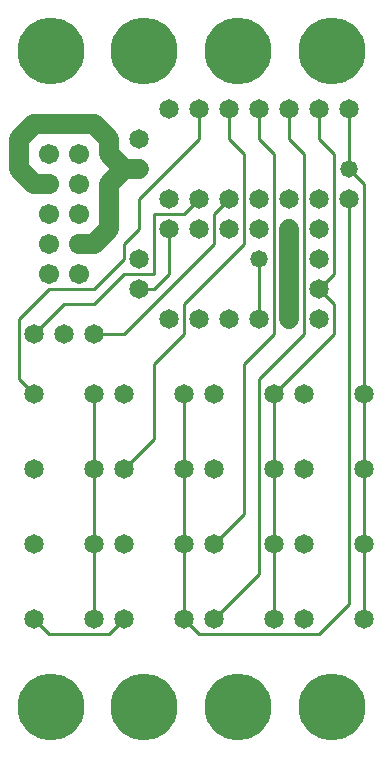
<source format=gtl>
%MOIN*%
%FSLAX25Y25*%
G04 D10 used for Character Trace; *
G04     Circle (OD=.01000) (No hole)*
G04 D11 used for Power Trace; *
G04     Circle (OD=.06500) (No hole)*
G04 D12 used for Signal Trace; *
G04     Circle (OD=.01100) (No hole)*
G04 D13 used for Via; *
G04     Circle (OD=.05800) (Round. Hole ID=.02800)*
G04 D14 used for Component hole; *
G04     Circle (OD=.06500) (Round. Hole ID=.03500)*
G04 D15 used for Component hole; *
G04     Circle (OD=.06700) (Round. Hole ID=.04300)*
G04 D16 used for Component hole; *
G04     Circle (OD=.08100) (Round. Hole ID=.05100)*
G04 D17 used for Component hole; *
G04     Circle (OD=.08900) (Round. Hole ID=.05900)*
G04 D18 used for Component hole; *
G04     Circle (OD=.11300) (Round. Hole ID=.08300)*
G04 D19 used for Component hole; *
G04     Circle (OD=.16000) (Round. Hole ID=.13000)*
G04 D20 used for Component hole; *
G04     Circle (OD=.18300) (Round. Hole ID=.15300)*
G04 D21 used for Component hole; *
G04     Circle (OD=.22291) (Round. Hole ID=.19291)*
%ADD10C,.01000*%
%ADD11C,.06500*%
%ADD12C,.01100*%
%ADD13C,.05800*%
%ADD14C,.06500*%
%ADD15C,.06700*%
%ADD16C,.08100*%
%ADD17C,.08900*%
%ADD18C,.11300*%
%ADD19C,.16000*%
%ADD20C,.18300*%
%ADD21C,.22291*%
%IPPOS*%
%LPD*%
G90*X0Y0D02*D21*X15625Y15625D03*D12*              
X15000Y40000D02*X35000D01*X15000D02*              
X10000Y45000D01*D14*D03*X30000D03*D12*Y70000D01*  
D14*D03*D12*Y95000D01*D14*D03*D12*Y120000D01*D14* 
D03*X40000D03*X10000Y140000D03*D12*               
X20000Y150000D01*X30000D01*X40000Y160000D01*      
X50000D01*Y180000D01*X60000D01*X65000Y185000D01*  
D14*D03*D12*X70000Y170000D02*Y180000D01*          
X40000Y140000D02*X70000Y170000D01*                
X30000Y140000D02*X40000D01*D14*X30000D03*         
X20000D03*X45000Y155000D03*D12*X50000D01*         
X55000Y160000D01*Y175000D01*D14*D03*D12*X45000D02*
Y185000D01*X40000Y170000D02*X45000Y175000D01*     
X40000Y165000D02*Y170000D01*X30000Y155000D02*     
X40000Y165000D01*X15000Y155000D02*X30000D01*      
X5000Y145000D02*X15000Y155000D01*X5000Y125000D02* 
Y145000D01*X10000Y120000D02*X5000Y125000D01*D14*  
X10000Y120000D03*Y95000D03*X40000D03*D12*         
X50000Y105000D01*Y130000D01*X60000Y140000D01*     
Y150000D01*X80000Y170000D01*Y200000D01*           
X75000Y205000D01*Y215000D01*D14*D03*D12*          
X90000Y200000D02*X85000Y205000D01*                
X90000Y140000D02*Y200000D01*X80000Y130000D02*     
X90000Y140000D01*X80000Y80000D02*Y130000D01*      
X70000Y70000D02*X80000Y80000D01*D14*              
X70000Y70000D03*X60000D03*D12*Y45000D01*D14*D03*  
D12*X65000Y40000D01*X105000D01*X115000Y50000D01*  
Y185000D01*D14*D03*D12*X120000Y120000D02*         
Y190000D01*D14*Y120000D03*D12*Y95000D01*D14*D03*  
D12*Y70000D01*D14*D03*D12*Y45000D01*D14*D03*      
X100000D03*Y70000D03*X90000D03*D12*Y45000D01*D14* 
D03*D12*X70000D02*X85000Y60000D01*D14*            
X70000Y45000D03*D12*X85000Y60000D02*Y125000D01*   
X100000Y140000D01*Y200000D01*X95000Y205000D01*    
Y215000D01*D14*D03*D12*X110000Y200000D02*         
X105000Y205000D01*X110000Y160000D02*Y200000D01*   
X105000Y155000D02*X110000Y160000D01*D14*          
X105000Y155000D03*D12*X110000Y150000D01*          
Y140000D01*X90000Y120000D01*D14*D03*D12*Y95000D01*
D14*D03*D12*Y70000D01*D14*X100000Y95000D03*       
X70000D03*X60000D03*D12*Y70000D01*D14*X40000D03*  
Y45000D03*D12*X35000Y40000D01*D21*X46875Y15625D03*
D14*X10000Y70000D03*D21*X78125Y15625D03*D12*      
X60000Y95000D02*Y120000D01*D14*D03*X70000D03*     
X85000Y145000D03*D12*Y165000D01*D13*D03*D14*      
X95000Y155000D03*D11*Y145000D01*D14*D03*          
X105000D03*D11*X95000Y155000D02*Y165000D01*D14*   
D03*D11*Y175000D01*D14*D03*X105000Y165000D03*     
Y185000D03*X85000D03*X105000Y175000D03*           
X95000Y185000D03*X85000Y175000D03*D13*            
X115000Y195000D03*D12*X120000Y190000D01*          
X115000Y195000D02*Y215000D01*D14*D03*D12*         
X105000Y205000D02*Y215000D01*D14*D03*D21*         
X109375Y234375D03*D14*X85000Y215000D03*D12*       
Y205000D01*D14*X65000Y215000D03*D12*Y205000D01*   
X45000Y185000D01*D11*X30000Y170000D02*            
X35000Y175000D01*X25000Y170000D02*X30000D01*D15*  
X25000D03*X15000Y180000D03*Y160000D03*            
X25000Y180000D03*X15000Y170000D03*                
X25000Y160000D03*D11*X35000Y175000D02*Y190000D01* 
X40000Y195000D01*X45000D01*D14*D03*D11*X40000D02* 
X35000Y200000D01*Y205000D01*X30000Y210000D01*     
X10000D01*X5000Y205000D01*Y195000D01*             
X10000Y190000D01*X15000D01*D15*D03*               
X25000Y200000D03*Y190000D03*X15000Y200000D03*D14* 
X45000Y165000D03*Y205000D03*X55000Y185000D03*     
Y215000D03*D21*X46875Y234375D03*X15625D03*D14*    
X55000Y145000D03*X65000D03*Y175000D03*D12*        
X70000Y180000D02*X75000Y185000D01*D14*D03*        
Y175000D03*Y145000D03*D21*X78125Y234375D03*D14*   
X100000Y120000D03*D21*X109375Y15625D03*M02*       

</source>
